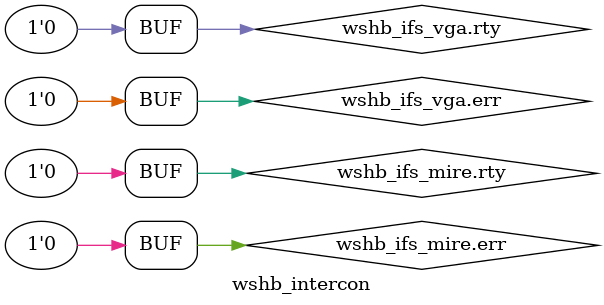
<source format=sv>
module wshb_intercon 
(
    wshb_if.master  wshb_ifm,
    wshb_if.slave   wshb_ifs_mire,
    wshb_if.slave   wshb_ifs_vga
);

// Token = 1 -> VGA 
// Token = 0 -> MIRE 
logic token;

// Assigns
assign wshb_ifs_vga.err = 1'b0;
assign wshb_ifs_vga.rty = 1'b0;

assign wshb_ifs_mire.err = 1'b0;
assign wshb_ifs_mire.rty = 1'b0;

// En mettant en correspondance les signaux
always_comb
begin
    if (token) begin
        // Le module VGA a été élu
        wshb_ifs_vga.ack    = wshb_ifm.ack;
        wshb_ifs_vga.dat_sm = wshb_ifm.dat_sm;

        // En neutralisant les signaux du maître non élu
        wshb_ifs_mire.ack = 1'b0;
        wshb_ifs_mire.dat_sm = '0;

        // En mettant en correspondance les signaux du maître élu
        wshb_ifm.cyc    = wshb_ifs_vga.cyc;
        wshb_ifm.stb    = wshb_ifs_vga.stb;
        wshb_ifm.we     = wshb_ifs_vga.we;
        wshb_ifm.adr    = wshb_ifs_vga.adr;
        wshb_ifm.sel    = wshb_ifs_vga.sel;
        wshb_ifm.dat_ms = wshb_ifs_vga.dat_ms;
        wshb_ifm.cti    = wshb_ifs_vga.cti;
        wshb_ifm.bte    = wshb_ifs_vga.bte;
    end
    else begin
        // Le module MIRE a été élu
        wshb_ifs_mire.ack    = wshb_ifm.ack;
        wshb_ifs_mire.dat_sm = wshb_ifm.dat_sm;

        // En neutralisant les signaux du maître non élu
        wshb_ifs_vga.ack = 1'b0;
        wshb_ifs_vga.dat_sm = '0;

        // En mettant en correspondance les signaux du maître élu
        wshb_ifm.cyc    = wshb_ifs_mire.cyc;
        wshb_ifm.stb    = wshb_ifs_mire.stb;
        wshb_ifm.we     = wshb_ifs_mire.we;
        wshb_ifm.adr    = wshb_ifs_mire.adr;
        wshb_ifm.sel    = wshb_ifs_mire.sel;
        wshb_ifm.dat_ms = wshb_ifs_mire.dat_ms;
        wshb_ifm.cti    = wshb_ifs_mire.cti;
        wshb_ifm.bte    = wshb_ifs_mire.bte;
    end
end

// L'arbitre
always_ff @(posedge wshb_ifm.clk)
begin
    if (wshb_ifm.rst) begin
        token <= 1'b0;
    end
    else begin
        // Si le module mire a le jeton et si son signal cyc est à 0, alors l'arbitre donnera le jeton au module vga
        if (!token && !wshb_ifs_mire.cyc)
            token <= 1'b1;
        // Si le module vga a le jeton et si son signal cyc est à 0, alors l'arbitre donnera le jeton au module mire
        else if (token && !wshb_ifs_vga.cyc)
            token <= 1'b0;
        // Sinon le module ayant le jeton continue avec lui
        else
            token <= token;
    end
end

endmodule

</source>
